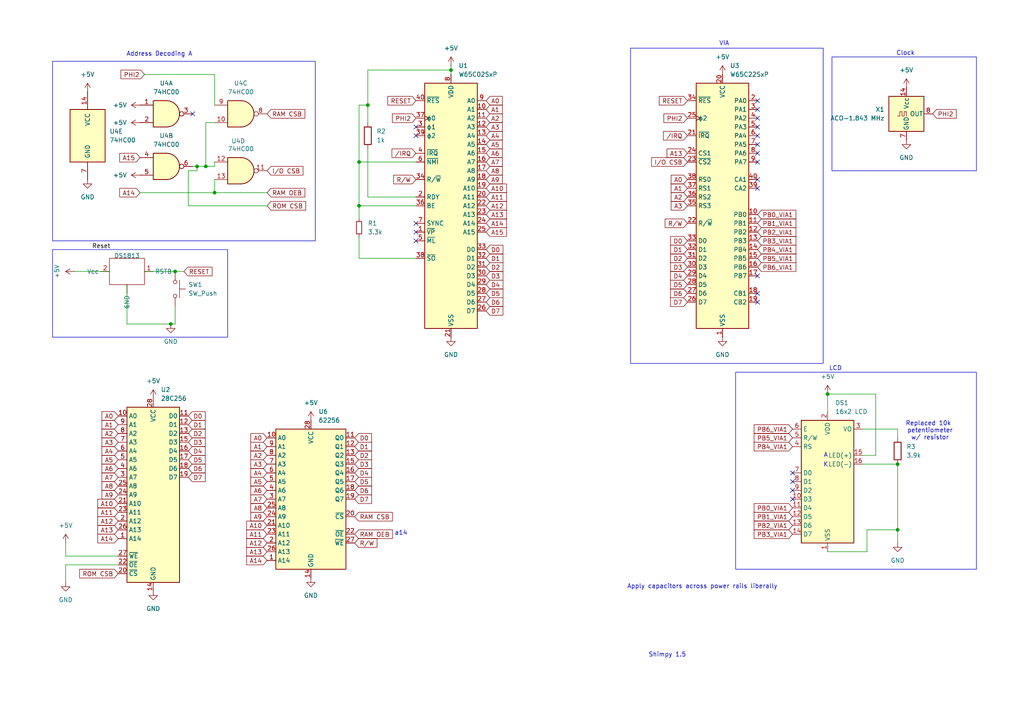
<source format=kicad_sch>
(kicad_sch (version 20250114) (generator "eeschema") (generator_version "9.0")
  (paper "A4")
  (lib_symbols
    (symbol "74xx:74HC00" (pin_names (offset 1.016))
      (property "Reference" "U" (at 0 1.27 0))
      (property "Value" "74HC00" (at 0 -1.27 0))
      (symbol "74HC00_1_1"
        (arc (start 0 3.81) (mid 3.7934 0) (end 0 -3.81) (stroke (width 0.254)) (fill (type background)))
        (polyline (pts (xy 0 3.81) (xy -3.81 3.81) (xy -3.81 -3.81) (xy 0 -3.81)) (stroke (width 0.254)) (fill (type background)))
        (pin input line (at -7.62 2.54 0) (length 3.81) (name "~") (number "1"))
        (pin input line (at -7.62 -2.54 0) (length 3.81) (name "~") (number "2"))
        (pin output inverted (at 7.62 0 180) (length 3.81) (name "~") (number "3"))
      )
      (symbol "74HC00_1_2"
        (arc (start -3.81 3.81) (mid -2.589 0) (end -3.81 -3.81) (stroke (width 0.254)))
        (polyline (pts (xy -3.81 3.81) (xy -0.635 3.81)) (stroke (width 0.254)) (fill (type background)))
        (polyline (pts (xy -3.81 -3.81) (xy -0.635 -3.81)) (stroke (width 0.254)) (fill (type background)))
        (arc (start 3.81 0) (mid 2.1855 -2.584) (end -0.6096 -3.81) (stroke (width 0.254)) (fill (type background)))
        (arc (start -0.6096 3.81) (mid 2.1928 2.5924) (end 3.81 0) (stroke (width 0.254)) (fill (type background)))
        (polyline (pts (xy -0.635 3.81) (xy -3.81 3.81) (xy -3.81 3.81) (xy -3.556 3.4036) (xy -3.0226 2.2606) (xy -2.6924 1.0414) (xy -2.6162 -0.254) (xy -2.7686 -1.4986) (xy -3.175 -2.7178) (xy -3.81 -3.81) (xy -3.81 -3.81) (xy -0.635 -3.81)) (stroke (width -25.4)) (fill (type background)))
        (pin input inverted (at -7.62 2.54 0) (length 4.318) (name "~") (number "1"))
        (pin input inverted (at -7.62 -2.54 0) (length 4.318) (name "~") (number "2"))
        (pin output line (at 7.62 0 180) (length 3.81) (name "~") (number "3"))
      )
      (symbol "74HC00_2_1"
        (arc (start 0 3.81) (mid 3.7934 0) (end 0 -3.81) (stroke (width 0.254)) (fill (type background)))
        (polyline (pts (xy 0 3.81) (xy -3.81 3.81) (xy -3.81 -3.81) (xy 0 -3.81)) (stroke (width 0.254)) (fill (type background)))
        (pin input line (at -7.62 2.54 0) (length 3.81) (name "~") (number "4"))
        (pin input line (at -7.62 -2.54 0) (length 3.81) (name "~") (number "5"))
        (pin output inverted (at 7.62 0 180) (length 3.81) (name "~") (number "6"))
      )
      (symbol "74HC00_2_2"
        (arc (start -3.81 3.81) (mid -2.589 0) (end -3.81 -3.81) (stroke (width 0.254)))
        (polyline (pts (xy -3.81 3.81) (xy -0.635 3.81)) (stroke (width 0.254)) (fill (type background)))
        (polyline (pts (xy -3.81 -3.81) (xy -0.635 -3.81)) (stroke (width 0.254)) (fill (type background)))
        (arc (start 3.81 0) (mid 2.1855 -2.584) (end -0.6096 -3.81) (stroke (width 0.254)) (fill (type background)))
        (arc (start -0.6096 3.81) (mid 2.1928 2.5924) (end 3.81 0) (stroke (width 0.254)) (fill (type background)))
        (polyline (pts (xy -0.635 3.81) (xy -3.81 3.81) (xy -3.81 3.81) (xy -3.556 3.4036) (xy -3.0226 2.2606) (xy -2.6924 1.0414) (xy -2.6162 -0.254) (xy -2.7686 -1.4986) (xy -3.175 -2.7178) (xy -3.81 -3.81) (xy -3.81 -3.81) (xy -0.635 -3.81)) (stroke (width -25.4)) (fill (type background)))
        (pin input inverted (at -7.62 2.54 0) (length 4.318) (name "~") (number "4"))
        (pin input inverted (at -7.62 -2.54 0) (length 4.318) (name "~") (number "5"))
        (pin output line (at 7.62 0 180) (length 3.81) (name "~") (number "6"))
      )
      (symbol "74HC00_3_1"
        (arc (start 0 3.81) (mid 3.7934 0) (end 0 -3.81) (stroke (width 0.254)) (fill (type background)))
        (polyline (pts (xy 0 3.81) (xy -3.81 3.81) (xy -3.81 -3.81) (xy 0 -3.81)) (stroke (width 0.254)) (fill (type background)))
        (pin input line (at -7.62 2.54 0) (length 3.81) (name "~") (number "9"))
        (pin input line (at -7.62 -2.54 0) (length 3.81) (name "~") (number "10"))
        (pin output inverted (at 7.62 0 180) (length 3.81) (name "~") (number "8"))
      )
      (symbol "74HC00_3_2"
        (arc (start -3.81 3.81) (mid -2.589 0) (end -3.81 -3.81) (stroke (width 0.254)))
        (polyline (pts (xy -3.81 3.81) (xy -0.635 3.81)) (stroke (width 0.254)) (fill (type background)))
        (polyline (pts (xy -3.81 -3.81) (xy -0.635 -3.81)) (stroke (width 0.254)) (fill (type background)))
        (arc (start 3.81 0) (mid 2.1855 -2.584) (end -0.6096 -3.81) (stroke (width 0.254)) (fill (type background)))
        (arc (start -0.6096 3.81) (mid 2.1928 2.5924) (end 3.81 0) (stroke (width 0.254)) (fill (type background)))
        (polyline (pts (xy -0.635 3.81) (xy -3.81 3.81) (xy -3.81 3.81) (xy -3.556 3.4036) (xy -3.0226 2.2606) (xy -2.6924 1.0414) (xy -2.6162 -0.254) (xy -2.7686 -1.4986) (xy -3.175 -2.7178) (xy -3.81 -3.81) (xy -3.81 -3.81) (xy -0.635 -3.81)) (stroke (width -25.4)) (fill (type background)))
        (pin input inverted (at -7.62 2.54 0) (length 4.318) (name "~") (number "9"))
        (pin input inverted (at -7.62 -2.54 0) (length 4.318) (name "~") (number "10"))
        (pin output line (at 7.62 0 180) (length 3.81) (name "~") (number "8"))
      )
      (symbol "74HC00_4_1"
        (arc (start 0 3.81) (mid 3.7934 0) (end 0 -3.81) (stroke (width 0.254)) (fill (type background)))
        (polyline (pts (xy 0 3.81) (xy -3.81 3.81) (xy -3.81 -3.81) (xy 0 -3.81)) (stroke (width 0.254)) (fill (type background)))
        (pin input line (at -7.62 2.54 0) (length 3.81) (name "~") (number "12"))
        (pin input line (at -7.62 -2.54 0) (length 3.81) (name "~") (number "13"))
        (pin output inverted (at 7.62 0 180) (length 3.81) (name "~") (number "11"))
      )
      (symbol "74HC00_4_2"
        (arc (start -3.81 3.81) (mid -2.589 0) (end -3.81 -3.81) (stroke (width 0.254)))
        (polyline (pts (xy -3.81 3.81) (xy -0.635 3.81)) (stroke (width 0.254)) (fill (type background)))
        (polyline (pts (xy -3.81 -3.81) (xy -0.635 -3.81)) (stroke (width 0.254)) (fill (type background)))
        (arc (start 3.81 0) (mid 2.1855 -2.584) (end -0.6096 -3.81) (stroke (width 0.254)) (fill (type background)))
        (arc (start -0.6096 3.81) (mid 2.1928 2.5924) (end 3.81 0) (stroke (width 0.254)) (fill (type background)))
        (polyline (pts (xy -0.635 3.81) (xy -3.81 3.81) (xy -3.81 3.81) (xy -3.556 3.4036) (xy -3.0226 2.2606) (xy -2.6924 1.0414) (xy -2.6162 -0.254) (xy -2.7686 -1.4986) (xy -3.175 -2.7178) (xy -3.81 -3.81) (xy -3.81 -3.81) (xy -0.635 -3.81)) (stroke (width -25.4)) (fill (type background)))
        (pin input inverted (at -7.62 2.54 0) (length 4.318) (name "~") (number "12"))
        (pin input inverted (at -7.62 -2.54 0) (length 4.318) (name "~") (number "13"))
        (pin output line (at 7.62 0 180) (length 3.81) (name "~") (number "11"))
      )
      (symbol "74HC00_5_0"
        (pin power_in line (at 0 12.7 270) (length 5.08) (name "VCC") (number "14"))
        (pin power_in line (at 0 -12.7 90) (length 5.08) (name "GND") (number "7"))
      )
      (symbol "74HC00_5_1"
        (rectangle (start -5.08 7.62) (end 5.08 -7.62) (stroke (width 0.254)) (fill (type background)))
      )
    )
    (symbol "Device:R" (pin_numbers (hide yes)) (pin_names (offset 0))
      (property "Reference" "R" (at 2.032 0 90))
      (property "Value" "R" (at 0 0 90))
      (symbol "R_0_1"
        (rectangle (start -1.016 -2.54) (end 1.016 2.54) (stroke (width 0.254)))
      )
      (symbol "R_1_1"
        (pin passive line (at 0 3.81 270) (length 1.27) (name "~") (number "1"))
        (pin passive line (at 0 -3.81 90) (length 1.27) (name "~") (number "2"))
      )
    )
    (symbol "Device:R_Small" (pin_numbers (hide yes)) (pin_names (offset 0.254) (hide yes))
      (property "Reference" "R" (at 0.762 0.508 0))
      (property "Value" "R_Small" (at 0.762 -1.016 0))
      (symbol "R_Small_0_1"
        (rectangle (start -0.762 1.778) (end 0.762 -1.778) (stroke (width 0.2032)))
      )
      (symbol "R_Small_1_1"
        (pin passive line (at 0 2.54 270) (length 0.762) (name "~") (number "1"))
        (pin passive line (at 0 -2.54 90) (length 0.762) (name "~") (number "2"))
      )
    )
    (symbol "Display_Character:WC1602A"
      (property "Reference" "DS" (at -5.842 19.05 0))
      (property "Value" "WC1602A" (at 5.334 19.05 0))
      (symbol "WC1602A_1_1"
        (rectangle (start -7.62 17.78) (end 7.62 -17.78) (stroke (width 0.254)) (fill (type background)))
        (pin input line (at -10.16 15.24 0) (length 2.54) (name "E") (number "6"))
        (pin input line (at -10.16 12.7 0) (length 2.54) (name "R/W") (number "5"))
        (pin input line (at -10.16 10.16 0) (length 2.54) (name "RS") (number "4"))
        (pin input line (at -10.16 2.54 0) (length 2.54) (name "D0") (number "7"))
        (pin input line (at -10.16 0 0) (length 2.54) (name "D1") (number "8"))
        (pin input line (at -10.16 -2.54 0) (length 2.54) (name "D2") (number "9"))
        (pin input line (at -10.16 -5.08 0) (length 2.54) (name "D3") (number "10"))
        (pin input line (at -10.16 -7.62 0) (length 2.54) (name "D4") (number "11"))
        (pin input line (at -10.16 -10.16 0) (length 2.54) (name "D5") (number "12"))
        (pin input line (at -10.16 -12.7 0) (length 2.54) (name "D6") (number "13"))
        (pin input line (at -10.16 -15.24 0) (length 2.54) (name "D7") (number "14"))
        (pin power_in line (at 0 20.32 270) (length 2.54) (name "VDD") (number "2"))
        (pin power_in line (at 0 -20.32 90) (length 2.54) (name "VSS") (number "1"))
        (pin input line (at 10.16 15.24 180) (length 2.54) (name "VO") (number "3"))
        (pin power_in line (at 10.16 7.62 180) (length 2.54) (name "LED(+)") (number "15"))
        (pin power_in line (at 10.16 5.08 180) (length 2.54) (name "LED(-)") (number "16"))
      )
    )
    (symbol "Memory_EEPROM:28C256"
      (property "Reference" "U" (at -7.62 26.67 0))
      (property "Value" "28C256" (at 2.54 -26.67 0))
      (symbol "28C256_1_1"
        (rectangle (start -7.62 25.4) (end 7.62 -25.4) (stroke (width 0.254)) (fill (type background)))
        (pin input line (at -10.16 22.86 0) (length 2.54) (name "A0") (number "10"))
        (pin input line (at -10.16 20.32 0) (length 2.54) (name "A1") (number "9"))
        (pin input line (at -10.16 17.78 0) (length 2.54) (name "A2") (number "8"))
        (pin input line (at -10.16 15.24 0) (length 2.54) (name "A3") (number "7"))
        (pin input line (at -10.16 12.7 0) (length 2.54) (name "A4") (number "6"))
        (pin input line (at -10.16 10.16 0) (length 2.54) (name "A5") (number "5"))
        (pin input line (at -10.16 7.62 0) (length 2.54) (name "A6") (number "4"))
        (pin input line (at -10.16 5.08 0) (length 2.54) (name "A7") (number "3"))
        (pin input line (at -10.16 2.54 0) (length 2.54) (name "A8") (number "25"))
        (pin input line (at -10.16 0 0) (length 2.54) (name "A9") (number "24"))
        (pin input line (at -10.16 -2.54 0) (length 2.54) (name "A10") (number "21"))
        (pin input line (at -10.16 -5.08 0) (length 2.54) (name "A11") (number "23"))
        (pin input line (at -10.16 -7.62 0) (length 2.54) (name "A12") (number "2"))
        (pin input line (at -10.16 -10.16 0) (length 2.54) (name "A13") (number "26"))
        (pin input line (at -10.16 -12.7 0) (length 2.54) (name "A14") (number "1"))
        (pin input line (at -10.16 -17.78 0) (length 2.54) (name "~{WE}") (number "27"))
        (pin input line (at -10.16 -20.32 0) (length 2.54) (name "~{OE}") (number "22"))
        (pin input line (at -10.16 -22.86 0) (length 2.54) (name "~{CS}") (number "20"))
        (pin power_in line (at 0 27.94 270) (length 2.54) (name "VCC") (number "28"))
        (pin power_in line (at 0 -27.94 90) (length 2.54) (name "GND") (number "14"))
        (pin tri_state line (at 10.16 22.86 180) (length 2.54) (name "D0") (number "11"))
        (pin tri_state line (at 10.16 20.32 180) (length 2.54) (name "D1") (number "12"))
        (pin tri_state line (at 10.16 17.78 180) (length 2.54) (name "D2") (number "13"))
        (pin tri_state line (at 10.16 15.24 180) (length 2.54) (name "D3") (number "15"))
        (pin tri_state line (at 10.16 12.7 180) (length 2.54) (name "D4") (number "16"))
        (pin tri_state line (at 10.16 10.16 180) (length 2.54) (name "D5") (number "17"))
        (pin tri_state line (at 10.16 7.62 180) (length 2.54) (name "D6") (number "18"))
        (pin tri_state line (at 10.16 5.08 180) (length 2.54) (name "D7") (number "19"))
      )
    )
    (symbol "Memory_RAM:HM62256BLP"
      (property "Reference" "U" (at -10.16 20.955 0))
      (property "Value" "HM62256BLP" (at 2.54 20.955 0))
      (symbol "HM62256BLP_0_0"
        (pin power_in line (at 0 22.86 270) (length 2.54) (name "VCC") (number "28"))
        (pin power_in line (at 0 -22.86 90) (length 2.54) (name "GND") (number "14"))
      )
      (symbol "HM62256BLP_0_1"
        (rectangle (start -10.16 20.32) (end 10.16 -20.32) (stroke (width 0.254)) (fill (type background)))
      )
      (symbol "HM62256BLP_1_1"
        (pin input line (at -12.7 17.78 0) (length 2.54) (name "A0") (number "10"))
        (pin input line (at -12.7 15.24 0) (length 2.54) (name "A1") (number "9"))
        (pin input line (at -12.7 12.7 0) (length 2.54) (name "A2") (number "8"))
        (pin input line (at -12.7 10.16 0) (length 2.54) (name "A3") (number "7"))
        (pin input line (at -12.7 7.62 0) (length 2.54) (name "A4") (number "6"))
        (pin input line (at -12.7 5.08 0) (length 2.54) (name "A5") (number "5"))
        (pin input line (at -12.7 2.54 0) (length 2.54) (name "A6") (number "4"))
        (pin input line (at -12.7 0 0) (length 2.54) (name "A7") (number "3"))
        (pin input line (at -12.7 -2.54 0) (length 2.54) (name "A8") (number "25"))
        (pin input line (at -12.7 -5.08 0) (length 2.54) (name "A9") (number "24"))
        (pin input line (at -12.7 -7.62 0) (length 2.54) (name "A10") (number "21"))
        (pin input line (at -12.7 -10.16 0) (length 2.54) (name "A11") (number "23"))
        (pin input line (at -12.7 -12.7 0) (length 2.54) (name "A12") (number "2"))
        (pin input line (at -12.7 -15.24 0) (length 2.54) (name "A13") (number "26"))
        (pin input line (at -12.7 -17.78 0) (length 2.54) (name "A14") (number "1"))
        (pin tri_state line (at 12.7 17.78 180) (length 2.54) (name "Q0") (number "11"))
        (pin tri_state line (at 12.7 15.24 180) (length 2.54) (name "Q1") (number "12"))
        (pin tri_state line (at 12.7 12.7 180) (length 2.54) (name "Q2") (number "13"))
        (pin tri_state line (at 12.7 10.16 180) (length 2.54) (name "Q3") (number "15"))
        (pin tri_state line (at 12.7 7.62 180) (length 2.54) (name "Q4") (number "16"))
        (pin tri_state line (at 12.7 5.08 180) (length 2.54) (name "Q5") (number "17"))
        (pin tri_state line (at 12.7 2.54 180) (length 2.54) (name "Q6") (number "18"))
        (pin tri_state line (at 12.7 0 180) (length 2.54) (name "Q7") (number "19"))
        (pin input line (at 12.7 -5.08 180) (length 2.54) (name "~{CS}") (number "20"))
        (pin input line (at 12.7 -10.16 180) (length 2.54) (name "~{OE}") (number "22"))
        (pin input line (at 12.7 -12.7 180) (length 2.54) (name "~{WE}") (number "27"))
      )
    )
    (symbol "Oscillator:ACO-xxxMHz" (pin_names (offset 0.254))
      (property "Reference" "X" (at -5.08 6.35 0))
      (property "Value" "ACO-xxxMHz" (at 1.27 -6.35 0))
      (symbol "ACO-xxxMHz_0_1"
        (rectangle (start -5.08 5.08) (end 5.08 -5.08) (stroke (width 0.254)) (fill (type background)))
        (polyline (pts (xy -2.54 -0.635) (xy -1.905 -0.635) (xy -1.905 0.635) (xy -1.27 0.635) (xy -1.27 -0.635) (xy -0.635 -0.635) (xy -0.635 0.635) (xy 0 0.635) (xy 0 -0.635)))
      )
      (symbol "ACO-xxxMHz_1_1"
        (pin no_connect line (at -5.08 2.54 0) (length 2.54) (hide yes) (name "NC") (number "1"))
        (pin power_in line (at 0 7.62 270) (length 2.54) (name "Vcc") (number "14"))
        (pin power_in line (at 0 -7.62 90) (length 2.54) (name "GND") (number "7"))
        (pin output line (at 7.62 0 180) (length 2.54) (name "OUT") (number "8"))
      )
    )
    (symbol "PCM_65xx-library:W65C02SxP"
      (property "Reference" "U" (at 2.54 40.64 0))
      (property "Value" "W65C02SxP" (at 2.54 38.1 0))
      (symbol "W65C02SxP_0_1"
        (rectangle (start -7.62 35.56) (end 7.62 -35.56) (stroke (width 0.254)) (fill (type background)))
      )
      (symbol "W65C02SxP_1_1"
        (pin input line (at -10.16 30.48 0) (length 2.54) (name "~{RES}") (number "40"))
        (pin input clock (at -10.16 25.4 0) (length 2.54) (name "ϕ0") (number "37"))
        (pin output line (at -10.16 22.86 0) (length 2.54) (name "ϕ1") (number "3"))
        (pin output line (at -10.16 20.32 0) (length 2.54) (name "ϕ2") (number "39"))
        (pin input line (at -10.16 15.24 0) (length 2.54) (name "~{IRQ}") (number "4"))
        (pin input line (at -10.16 12.7 0) (length 2.54) (name "~{NMI}") (number "6"))
        (pin tri_state line (at -10.16 7.62 0) (length 2.54) (name "R/~{W}") (number "34"))
        (pin open_collector line (at -10.16 2.54 0) (length 2.54) (name "RDY") (number "2"))
        (pin input line (at -10.16 0 0) (length 2.54) (name "BE") (number "36"))
        (pin output line (at -10.16 -5.08 0) (length 2.54) (name "SYNC") (number "7"))
        (pin output line (at -10.16 -7.62 0) (length 2.54) (name "~{VP}") (number "1"))
        (pin output line (at -10.16 -10.16 0) (length 2.54) (name "~{ML}") (number "5"))
        (pin input line (at -10.16 -15.24 0) (length 2.54) (name "~{SO}") (number "38"))
        (pin no_connect non_logic (at -7.62 -30.48 0) (length 2.54) (hide yes) (name "nc") (number "35"))
        (pin power_in line (at 0 38.1 270) (length 2.54) (name "VDD") (number "8"))
        (pin power_in line (at 0 -38.1 90) (length 2.54) (name "VSS") (number "21"))
        (pin tri_state line (at 10.16 30.48 180) (length 2.54) (name "A0") (number "9"))
        (pin tri_state line (at 10.16 27.94 180) (length 2.54) (name "A1") (number "10"))
        (pin tri_state line (at 10.16 25.4 180) (length 2.54) (name "A2") (number "11"))
        (pin tri_state line (at 10.16 22.86 180) (length 2.54) (name "A3") (number "12"))
        (pin tri_state line (at 10.16 20.32 180) (length 2.54) (name "A4") (number "13"))
        (pin tri_state line (at 10.16 17.78 180) (length 2.54) (name "A5") (number "14"))
        (pin tri_state line (at 10.16 15.24 180) (length 2.54) (name "A6") (number "15"))
        (pin tri_state line (at 10.16 12.7 180) (length 2.54) (name "A7") (number "16"))
        (pin tri_state line (at 10.16 10.16 180) (length 2.54) (name "A8") (number "17"))
        (pin tri_state line (at 10.16 7.62 180) (length 2.54) (name "A9") (number "18"))
        (pin tri_state line (at 10.16 5.08 180) (length 2.54) (name "A10") (number "19"))
        (pin tri_state line (at 10.16 2.54 180) (length 2.54) (name "A11") (number "20"))
        (pin tri_state line (at 10.16 0 180) (length 2.54) (name "A12") (number "22"))
        (pin tri_state line (at 10.16 -2.54 180) (length 2.54) (name "A13") (number "23"))
        (pin tri_state line (at 10.16 -5.08 180) (length 2.54) (name "A14") (number "24"))
        (pin tri_state line (at 10.16 -7.62 180) (length 2.54) (name "A15") (number "25"))
        (pin bidirectional line (at 10.16 -12.7 180) (length 2.54) (name "D0") (number "33"))
        (pin bidirectional line (at 10.16 -15.24 180) (length 2.54) (name "D1") (number "32"))
        (pin bidirectional line (at 10.16 -17.78 180) (length 2.54) (name "D2") (number "31"))
        (pin bidirectional line (at 10.16 -20.32 180) (length 2.54) (name "D3") (number "30"))
        (pin bidirectional line (at 10.16 -22.86 180) (length 2.54) (name "D4") (number "29"))
        (pin bidirectional line (at 10.16 -25.4 180) (length 2.54) (name "D5") (number "28"))
        (pin bidirectional line (at 10.16 -27.94 180) (length 2.54) (name "D6") (number "27"))
        (pin bidirectional line (at 10.16 -30.48 180) (length 2.54) (name "D7") (number "26"))
      )
    )
    (symbol "PCM_65xx-library:W65C22SxP"
      (property "Reference" "U" (at 2.54 40.64 0))
      (property "Value" "W65C22SxP" (at 2.54 38.1 0))
      (symbol "W65C22SxP_0_1"
        (rectangle (start -7.62 35.56) (end 7.62 -35.56) (stroke (width 0.254)) (fill (type background)))
      )
      (symbol "W65C22SxP_1_1"
        (pin input line (at -10.16 30.48 0) (length 2.54) (name "~{RES}") (number "34"))
        (pin input clock (at -10.16 25.4 0) (length 2.54) (name "ϕ2") (number "25"))
        (pin output line (at -10.16 20.32 0) (length 2.54) (name "~{IRQ}") (number "21"))
        (pin input line (at -10.16 15.24 0) (length 2.54) (name "CS1") (number "24"))
        (pin input line (at -10.16 12.7 0) (length 2.54) (name "~{CS2}") (number "23"))
        (pin input line (at -10.16 7.62 0) (length 2.54) (name "RS0") (number "38"))
        (pin input line (at -10.16 5.08 0) (length 2.54) (name "RS1") (number "37"))
        (pin input line (at -10.16 2.54 0) (length 2.54) (name "RS2") (number "36"))
        (pin input line (at -10.16 0 0) (length 2.54) (name "RS3") (number "35"))
        (pin input line (at -10.16 -5.08 0) (length 2.54) (name "R/~{W}") (number "22"))
        (pin bidirectional line (at -10.16 -10.16 0) (length 2.54) (name "D0") (number "33"))
        (pin bidirectional line (at -10.16 -12.7 0) (length 2.54) (name "D1") (number "32"))
        (pin bidirectional line (at -10.16 -15.24 0) (length 2.54) (name "D2") (number "31"))
        (pin bidirectional line (at -10.16 -17.78 0) (length 2.54) (name "D3") (number "30"))
        (pin bidirectional line (at -10.16 -20.32 0) (length 2.54) (name "D4") (number "29"))
        (pin bidirectional line (at -10.16 -22.86 0) (length 2.54) (name "D5") (number "28"))
        (pin bidirectional line (at -10.16 -25.4 0) (length 2.54) (name "D6") (number "27"))
        (pin bidirectional line (at -10.16 -27.94 0) (length 2.54) (name "D7") (number "26"))
        (pin power_in line (at 0 38.1 270) (length 2.54) (name "VCC") (number "20"))
        (pin power_in line (at 0 -38.1 90) (length 2.54) (name "VSS") (number "1"))
        (pin bidirectional line (at 10.16 30.48 180) (length 2.54) (name "PA0") (number "2"))
        (pin bidirectional line (at 10.16 27.94 180) (length 2.54) (name "PA1") (number "3"))
        (pin bidirectional line (at 10.16 25.4 180) (length 2.54) (name "PA2") (number "4"))
        (pin bidirectional line (at 10.16 22.86 180) (length 2.54) (name "PA3") (number "5"))
        (pin bidirectional line (at 10.16 20.32 180) (length 2.54) (name "PA4") (number "6"))
        (pin bidirectional line (at 10.16 17.78 180) (length 2.54) (name "PA5") (number "7"))
        (pin bidirectional line (at 10.16 15.24 180) (length 2.54) (name "PA6") (number "8"))
        (pin bidirectional line (at 10.16 12.7 180) (length 2.54) (name "PA7") (number "9"))
        (pin input line (at 10.16 7.62 180) (length 2.54) (name "CA1") (number "40"))
        (pin bidirectional line (at 10.16 5.08 180) (length 2.54) (name "CA2") (number "39"))
        (pin bidirectional line (at 10.16 -2.54 180) (length 2.54) (name "PB0") (number "10"))
        (pin bidirectional line (at 10.16 -5.08 180) (length 2.54) (name "PB1") (number "11"))
        (pin bidirectional line (at 10.16 -7.62 180) (length 2.54) (name "PB2") (number "12"))
        (pin bidirectional line (at 10.16 -10.16 180) (length 2.54) (name "PB3") (number "13"))
        (pin bidirectional line (at 10.16 -12.7 180) (length 2.54) (name "PB4") (number "14"))
        (pin bidirectional line (at 10.16 -15.24 180) (length 2.54) (name "PB5") (number "15"))
        (pin bidirectional line (at 10.16 -17.78 180) (length 2.54) (name "PB6") (number "16"))
        (pin bidirectional line (at 10.16 -20.32 180) (length 2.54) (name "PB7") (number "17"))
        (pin input line (at 10.16 -25.4 180) (length 2.54) (name "CB1") (number "18"))
        (pin bidirectional line (at 10.16 -27.94 180) (length 2.54) (name "CB2") (number "19"))
      )
    )
    (symbol "Switch:SW_Push" (pin_numbers (hide yes)) (pin_names (offset 1.016) (hide yes))
      (property "Reference" "SW" (at 1.27 2.54 0))
      (property "Value" "SW_Push" (at 0 -1.524 0))
      (symbol "SW_Push_0_1"
        (circle (center -2.032 0) (radius 0.508))
        (polyline (pts (xy 0 1.27) (xy 0 3.048)))
        (circle (center 2.032 0) (radius 0.508))
        (polyline (pts (xy 2.54 1.27) (xy -2.54 1.27)))
        (pin passive line (at -5.08 0 0) (length 2.54) (name "1") (number "1"))
        (pin passive line (at 5.08 0 180) (length 2.54) (name "2") (number "2"))
      )
    )
    (symbol "added_symbols:DS1813-5+T&R"
      (property "Reference" "DS1813" (at 0 5.334 0))
      (symbol "DS1813-5+T&R_0_1"
        (rectangle (start -5.08 3.81) (end 5.08 -3.81))
      )
      (symbol "DS1813-5+T&R_1_1"
        (pin power_in line (at -5.08 0 180) (length 2.54) (name "Vcc") (number "2"))
        (pin power_out line (at 0 -3.81 270) (length 2.54) (name "GND") (number ""))
        (pin output line (at 5.08 0 0) (length 2.54) (name "RSTB") (number "1"))
      )
    )
    (symbol "power:+5V" (power) (pin_numbers (hide yes)) (pin_names (offset 0) (hide yes))
      (property "Value" "+5V" (at 0 3.556 0))
      (symbol "+5V_0_1"
        (polyline (pts (xy -0.762 1.27) (xy 0 2.54)))
        (polyline (pts (xy 0 2.54) (xy 0.762 1.27)))
        (polyline (pts (xy 0 0) (xy 0 2.54)))
      )
      (symbol "+5V_1_1"
        (pin power_in line (at 0 0 90) (length 0) (name "~") (number "1"))
      )
    )
    (symbol "power:GND" (power) (pin_numbers (hide yes)) (pin_names (offset 0) (hide yes))
      (property "Value" "GND" (at 0 -3.81 0))
      (symbol "GND_0_1"
        (polyline (pts (xy 0 0) (xy 0 -1.27) (xy 1.27 -1.27) (xy 0 -2.54) (xy -1.27 -1.27) (xy 0 -1.27)))
      )
      (symbol "GND_1_1"
        (pin power_in line (at 0 0 270) (length 0) (name "~") (number "1"))
      )
    )
  )
  (rectangle (start 15.24 72.39) (end 66.04 97.79))
  (rectangle (start 213.36 107.95) (end 283.21 165.1))
  (rectangle (start 15.24 17.78) (end 91.44 69.85))
  (rectangle (start 241.3 16.51) (end 283.21 49.53))
  (rectangle (start 182.88 13.97) (end 238.76 105.41))
  (text "A" (at 239.522 132.08 0) (effects (font (size 1.27 1.27))))
  (text "" (at 266.954 138.938 0) (effects (font (size 1.27 1.27))))
  (text "VIA" (at 210.058 12.7 0) (effects (font (size 1.27 1.27))))
  (text "LCD" (at 242.316 106.934 0) (effects (font (size 1.27 1.27))))
  (text "Shimpy 1.5" (at 193.548 189.992 0) (effects (font (size 1.27 1.27))))
  (text "a14" (at 116.332 154.686 0) (effects (font (size 1.27 1.27))))
  (text "Replaced 10k \npetentiometer\nw/ resistor" (at 269.748 124.968 0) (effects (font (size 1.27 1.27))))
  (text "Address Decoding A\n" (at 46.228 15.748 0) (effects (font (size 1.27 1.27))))
  (text "Clock" (at 262.636 15.494 0) (effects (font (size 1.27 1.27))))
  (text "Apply capacitors across power rails liberally" (at 203.708 170.18 0) (effects (font (size 1.27 1.27))))
  (text "K" (at 239.522 134.874 0) (effects (font (size 1.27 1.27))))
  (junction (at 104.14 59.69))
  (junction (at 130.81 20.32))
  (junction (at 104.14 46.99))
  (junction (at 260.35 153.67))
  (junction (at 50.8 78.74))
  (junction (at 57.15 48.26))
  (junction (at 49.53 93.98))
  (junction (at 62.23 55.88))
  (junction (at 260.35 134.62))
  (junction (at 240.03 114.3))
  (junction (at 59.69 48.26))
  (junction (at 106.68 30.48))
  (no_connect (at 219.71 52.07))
  (no_connect (at 219.71 34.29))
  (no_connect (at 229.87 137.16))
  (no_connect (at 219.71 41.91))
  (no_connect (at 120.65 67.31))
  (no_connect (at 219.71 39.37))
  (no_connect (at 55.88 33.02))
  (no_connect (at 219.71 85.09))
  (no_connect (at 120.65 36.83))
  (no_connect (at 229.87 139.7))
  (no_connect (at 229.87 144.78))
  (no_connect (at 229.87 142.24))
  (no_connect (at 219.71 36.83))
  (no_connect (at 219.71 31.75))
  (no_connect (at 219.71 80.01))
  (no_connect (at 120.65 69.85))
  (no_connect (at 219.71 29.21))
  (no_connect (at 219.71 54.61))
  (no_connect (at 120.65 64.77))
  (no_connect (at 219.71 44.45))
  (no_connect (at 120.65 39.37))
  (no_connect (at 219.71 87.63))
  (no_connect (at 219.71 46.99))
  (wire (pts (xy 21.59 78.74) (xy 31.75 78.74)))
  (wire (pts (xy 19.05 157.48) (xy 19.05 161.29)))
  (wire (pts (xy 41.91 78.74) (xy 50.8 78.74)))
  (wire (pts (xy 240.03 160.02) (xy 251.46 160.02)))
  (wire (pts (xy 36.83 82.55) (xy 36.83 93.98)))
  (wire (pts (xy 57.15 48.26) (xy 57.15 49.53)))
  (wire (pts (xy 19.05 163.83) (xy 19.05 168.91)))
  (wire (pts (xy 254 114.3) (xy 254 132.08)))
  (wire (pts (xy 54.61 59.69) (xy 54.61 49.53)))
  (wire (pts (xy 41.91 21.59) (xy 62.23 21.59)))
  (wire (pts (xy 104.14 46.99) (xy 120.65 46.99)))
  (wire (pts (xy 104.14 59.69) (xy 104.14 46.99)))
  (wire (pts (xy 59.69 48.26) (xy 62.23 48.26)))
  (wire (pts (xy 104.14 30.48) (xy 106.68 30.48)))
  (wire (pts (xy 104.14 68.58) (xy 104.14 74.93)))
  (wire (pts (xy 50.8 93.98) (xy 50.8 88.9)))
  (wire (pts (xy 106.68 35.56) (xy 106.68 30.48)))
  (wire (pts (xy 130.81 20.32) (xy 130.81 21.59)))
  (wire (pts (xy 120.65 59.69) (xy 104.14 59.69)))
  (wire (pts (xy 250.19 132.08) (xy 254 132.08)))
  (wire (pts (xy 130.81 19.05) (xy 130.81 20.32)))
  (wire (pts (xy 19.05 161.29) (xy 34.29 161.29)))
  (wire (pts (xy 57.15 48.26) (xy 59.69 48.26)))
  (wire (pts (xy 106.68 20.32) (xy 130.81 20.32)))
  (wire (pts (xy 106.68 57.15) (xy 106.68 43.18)))
  (wire (pts (xy 260.35 134.62) (xy 260.35 153.67)))
  (wire (pts (xy 40.64 55.88) (xy 62.23 55.88)))
  (wire (pts (xy 104.14 46.99) (xy 104.14 30.48)))
  (wire (pts (xy 260.35 124.46) (xy 260.35 127)))
  (wire (pts (xy 62.23 30.48) (xy 62.23 21.59)))
  (wire (pts (xy 50.8 78.74) (xy 53.34 78.74)))
  (wire (pts (xy 250.19 134.62) (xy 260.35 134.62)))
  (wire (pts (xy 120.65 57.15) (xy 106.68 57.15)))
  (wire (pts (xy 104.14 59.69) (xy 104.14 63.5)))
  (wire (pts (xy 55.88 48.26) (xy 57.15 48.26)))
  (wire (pts (xy 54.61 49.53) (xy 57.15 49.53)))
  (wire (pts (xy 106.68 30.48) (xy 106.68 20.32)))
  (wire (pts (xy 250.19 124.46) (xy 260.35 124.46)))
  (wire (pts (xy 62.23 35.56) (xy 59.69 35.56)))
  (wire (pts (xy 240.03 114.3) (xy 254 114.3)))
  (wire (pts (xy 260.35 157.48) (xy 260.35 153.67)))
  (wire (pts (xy 49.53 93.98) (xy 50.8 93.98)))
  (wire (pts (xy 251.46 153.67) (xy 251.46 160.02)))
  (wire (pts (xy 59.69 35.56) (xy 59.69 48.26)))
  (wire (pts (xy 34.29 163.83) (xy 19.05 163.83)))
  (wire (pts (xy 36.83 93.98) (xy 49.53 93.98)))
  (wire (pts (xy 62.23 48.26) (xy 62.23 46.99)))
  (wire (pts (xy 54.61 59.69) (xy 77.47 59.69)))
  (wire (pts (xy 62.23 55.88) (xy 77.47 55.88)))
  (wire (pts (xy 260.35 153.67) (xy 251.46 153.67)))
  (wire (pts (xy 104.14 74.93) (xy 120.65 74.93)))
  (wire (pts (xy 62.23 55.88) (xy 62.23 52.07)))
  (wire (pts (xy 240.03 119.38) (xy 240.03 114.3)))
  (label "Reset" (at 26.67 72.39 0))
  (global_label "D5" (shape input) (at 140.97 85.09 0) (property "Intersheetrefs" "${INTERSHEET_REFS}" (effects (hide yes))))
  (global_label "A0" (shape input) (at 199.39 52.07 180) (property "Intersheetrefs" "${INTERSHEET_REFS}" (effects (hide yes))))
  (global_label "RAM OEB" (shape input) (at 77.47 55.88 0) (property "Intersheetrefs" "${INTERSHEET_REFS}" (effects (hide yes))))
  (global_label "A6" (shape input) (at 77.47 142.24 180) (property "Intersheetrefs" "${INTERSHEET_REFS}" (effects (hide yes))))
  (global_label "A2" (shape input) (at 140.97 34.29 0) (property "Intersheetrefs" "${INTERSHEET_REFS}" (effects (hide yes))))
  (global_label "A14" (shape input) (at 40.64 55.88 180) (property "Intersheetrefs" "${INTERSHEET_REFS}" (effects (hide yes))))
  (global_label "RESET" (shape input) (at 199.39 29.21 180) (property "Intersheetrefs" "${INTERSHEET_REFS}" (effects (hide yes))))
  (global_label "A13" (shape input) (at 34.29 153.67 180) (property "Intersheetrefs" "${INTERSHEET_REFS}" (effects (hide yes))))
  (global_label "A5" (shape input) (at 77.47 139.7 180) (property "Intersheetrefs" "${INTERSHEET_REFS}" (effects (hide yes))))
  (global_label "PB3_VIA1" (shape input) (at 219.71 69.85 0) (property "Intersheetrefs" "${INTERSHEET_REFS}" (effects (hide yes))))
  (global_label "RAM OEB" (shape input) (at 102.87 154.94 0) (property "Intersheetrefs" "${INTERSHEET_REFS}" (effects (hide yes))))
  (global_label "PB3_VIA1" (shape input) (at 229.87 154.94 180) (property "Intersheetrefs" "${INTERSHEET_REFS}" (effects (hide yes))))
  (global_label "PHI2" (shape input) (at 120.65 34.29 180) (property "Intersheetrefs" "${INTERSHEET_REFS}" (effects (hide yes))))
  (global_label "D2" (shape input) (at 199.39 74.93 180) (property "Intersheetrefs" "${INTERSHEET_REFS}" (effects (hide yes))))
  (global_label "A8" (shape input) (at 140.97 49.53 0) (property "Intersheetrefs" "${INTERSHEET_REFS}" (effects (hide yes))))
  (global_label "RESET" (shape input) (at 120.65 29.21 180) (property "Intersheetrefs" "${INTERSHEET_REFS}" (effects (hide yes))))
  (global_label "R{slash}W" (shape input) (at 120.65 52.07 180) (property "Intersheetrefs" "${INTERSHEET_REFS}" (effects (hide yes))))
  (global_label "A15" (shape input) (at 140.97 67.31 0) (property "Intersheetrefs" "${INTERSHEET_REFS}" (effects (hide yes))))
  (global_label "D5" (shape input) (at 102.87 139.7 0) (property "Intersheetrefs" "${INTERSHEET_REFS}" (effects (hide yes))))
  (global_label "A1" (shape input) (at 34.29 123.19 180) (property "Intersheetrefs" "${INTERSHEET_REFS}" (effects (hide yes))))
  (global_label "R{slash}W" (shape input) (at 199.39 64.77 180) (property "Intersheetrefs" "${INTERSHEET_REFS}" (effects (hide yes))))
  (global_label "D4" (shape input) (at 54.61 130.81 0) (property "Intersheetrefs" "${INTERSHEET_REFS}" (effects (hide yes))))
  (global_label "A8" (shape input) (at 34.29 140.97 180) (property "Intersheetrefs" "${INTERSHEET_REFS}" (effects (hide yes))))
  (global_label "RAM CSB" (shape input) (at 77.47 33.02 0) (property "Intersheetrefs" "${INTERSHEET_REFS}" (effects (hide yes))))
  (global_label "PB2_VIA1" (shape input) (at 219.71 67.31 0) (property "Intersheetrefs" "${INTERSHEET_REFS}" (effects (hide yes))))
  (global_label "D6" (shape input) (at 102.87 142.24 0) (property "Intersheetrefs" "${INTERSHEET_REFS}" (effects (hide yes))))
  (global_label "A11" (shape input) (at 77.47 154.94 180) (property "Intersheetrefs" "${INTERSHEET_REFS}" (effects (hide yes))))
  (global_label "A2" (shape input) (at 34.29 125.73 180) (property "Intersheetrefs" "${INTERSHEET_REFS}" (effects (hide yes))))
  (global_label "D3" (shape input) (at 54.61 128.27 0) (property "Intersheetrefs" "${INTERSHEET_REFS}" (effects (hide yes))))
  (global_label "A5" (shape input) (at 140.97 41.91 0) (property "Intersheetrefs" "${INTERSHEET_REFS}" (effects (hide yes))))
  (global_label "D1" (shape input) (at 140.97 74.93 0) (property "Intersheetrefs" "${INTERSHEET_REFS}" (effects (hide yes))))
  (global_label "A4" (shape input) (at 140.97 39.37 0) (property "Intersheetrefs" "${INTERSHEET_REFS}" (effects (hide yes))))
  (global_label "D5" (shape input) (at 54.61 133.35 0) (property "Intersheetrefs" "${INTERSHEET_REFS}" (effects (hide yes))))
  (global_label "PB1_VIA1" (shape input) (at 229.87 149.86 180) (property "Intersheetrefs" "${INTERSHEET_REFS}" (effects (hide yes))))
  (global_label "A9" (shape input) (at 77.47 149.86 180) (property "Intersheetrefs" "${INTERSHEET_REFS}" (effects (hide yes))))
  (global_label "PB0_VIA1" (shape input) (at 219.71 62.23 0) (property "Intersheetrefs" "${INTERSHEET_REFS}" (effects (hide yes))))
  (global_label "D1" (shape input) (at 199.39 72.39 180) (property "Intersheetrefs" "${INTERSHEET_REFS}" (effects (hide yes))))
  (global_label "PB4_VIA1" (shape input) (at 219.71 72.39 0) (property "Intersheetrefs" "${INTERSHEET_REFS}" (effects (hide yes))))
  (global_label "{slash}IRQ" (shape input) (at 120.65 44.45 180) (property "Intersheetrefs" "${INTERSHEET_REFS}" (effects (hide yes))))
  (global_label "D6" (shape input) (at 140.97 87.63 0) (property "Intersheetrefs" "${INTERSHEET_REFS}" (effects (hide yes))))
  (global_label "A0" (shape input) (at 34.29 120.65 180) (property "Intersheetrefs" "${INTERSHEET_REFS}" (effects (hide yes))))
  (global_label "PHI2" (shape input) (at 41.91 21.59 180) (property "Intersheetrefs" "${INTERSHEET_REFS}" (effects (hide yes))))
  (global_label "D0" (shape input) (at 140.97 72.39 0) (property "Intersheetrefs" "${INTERSHEET_REFS}" (effects (hide yes))))
  (global_label "A0" (shape input) (at 140.97 29.21 0) (property "Intersheetrefs" "${INTERSHEET_REFS}" (effects (hide yes))))
  (global_label "PB0_VIA1" (shape input) (at 229.87 147.32 180) (property "Intersheetrefs" "${INTERSHEET_REFS}" (effects (hide yes))))
  (global_label "A4" (shape input) (at 34.29 130.81 180) (property "Intersheetrefs" "${INTERSHEET_REFS}" (effects (hide yes))))
  (global_label "PB5_VIA1" (shape input) (at 229.87 127 180) (property "Intersheetrefs" "${INTERSHEET_REFS}" (effects (hide yes))))
  (global_label "A14" (shape input) (at 77.47 162.56 180) (property "Intersheetrefs" "${INTERSHEET_REFS}" (effects (hide yes))))
  (global_label "RESET" (shape input) (at 53.34 78.74 0) (property "Intersheetrefs" "${INTERSHEET_REFS}" (effects (hide yes))))
  (global_label "D4" (shape input) (at 102.87 137.16 0) (property "Intersheetrefs" "${INTERSHEET_REFS}" (effects (hide yes))))
  (global_label "A11" (shape input) (at 34.29 148.59 180) (property "Intersheetrefs" "${INTERSHEET_REFS}" (effects (hide yes))))
  (global_label "PB4_VIA1" (shape input) (at 229.87 129.54 180) (property "Intersheetrefs" "${INTERSHEET_REFS}" (effects (hide yes))))
  (global_label "A6" (shape input) (at 140.97 44.45 0) (property "Intersheetrefs" "${INTERSHEET_REFS}" (effects (hide yes))))
  (global_label "A0" (shape input) (at 77.47 127 180) (property "Intersheetrefs" "${INTERSHEET_REFS}" (effects (hide yes))))
  (global_label "D5" (shape input) (at 199.39 82.55 180) (property "Intersheetrefs" "${INTERSHEET_REFS}" (effects (hide yes))))
  (global_label "D3" (shape input) (at 102.87 134.62 0) (property "Intersheetrefs" "${INTERSHEET_REFS}" (effects (hide yes))))
  (global_label "A12" (shape input) (at 34.29 151.13 180) (property "Intersheetrefs" "${INTERSHEET_REFS}" (effects (hide yes))))
  (global_label "A10" (shape input) (at 77.47 152.4 180) (property "Intersheetrefs" "${INTERSHEET_REFS}" (effects (hide yes))))
  (global_label "ROM CSB" (shape input) (at 77.47 59.69 0) (property "Intersheetrefs" "${INTERSHEET_REFS}" (effects (hide yes))))
  (global_label "ROM CSB" (shape input) (at 34.29 166.37 180) (property "Intersheetrefs" "${INTERSHEET_REFS}" (effects (hide yes))))
  (global_label "D2" (shape input) (at 54.61 125.73 0) (property "Intersheetrefs" "${INTERSHEET_REFS}" (effects (hide yes))))
  (global_label "D7" (shape input) (at 102.87 144.78 0) (property "Intersheetrefs" "${INTERSHEET_REFS}" (effects (hide yes))))
  (global_label "D7" (shape input) (at 54.61 138.43 0) (property "Intersheetrefs" "${INTERSHEET_REFS}" (effects (hide yes))))
  (global_label "A14" (shape input) (at 34.29 156.21 180) (property "Intersheetrefs" "${INTERSHEET_REFS}" (effects (hide yes))))
  (global_label "A7" (shape input) (at 140.97 46.99 0) (property "Intersheetrefs" "${INTERSHEET_REFS}" (effects (hide yes))))
  (global_label "A13" (shape input) (at 199.39 44.45 180) (property "Intersheetrefs" "${INTERSHEET_REFS}" (effects (hide yes))))
  (global_label "A3" (shape input) (at 34.29 128.27 180) (property "Intersheetrefs" "${INTERSHEET_REFS}" (effects (hide yes))))
  (global_label "I{slash}O CSB" (shape input) (at 199.39 46.99 180) (property "Intersheetrefs" "${INTERSHEET_REFS}" (effects (hide yes))))
  (global_label "A12" (shape input) (at 140.97 59.69 0) (property "Intersheetrefs" "${INTERSHEET_REFS}" (effects (hide yes))))
  (global_label "A12" (shape input) (at 77.47 157.48 180) (property "Intersheetrefs" "${INTERSHEET_REFS}" (effects (hide yes))))
  (global_label "D3" (shape input) (at 140.97 80.01 0) (property "Intersheetrefs" "${INTERSHEET_REFS}" (effects (hide yes))))
  (global_label "D6" (shape input) (at 54.61 135.89 0) (property "Intersheetrefs" "${INTERSHEET_REFS}" (effects (hide yes))))
  (global_label "D0" (shape input) (at 102.87 127 0) (property "Intersheetrefs" "${INTERSHEET_REFS}" (effects (hide yes))))
  (global_label "D1" (shape input) (at 102.87 129.54 0) (property "Intersheetrefs" "${INTERSHEET_REFS}" (effects (hide yes))))
  (global_label "{slash}IRQ" (shape input) (at 199.39 39.37 180) (property "Intersheetrefs" "${INTERSHEET_REFS}" (effects (hide yes))))
  (global_label "A15" (shape input) (at 40.64 45.72 180) (property "Intersheetrefs" "${INTERSHEET_REFS}" (effects (hide yes))))
  (global_label "PB5_VIA1" (shape input) (at 219.71 74.93 0) (property "Intersheetrefs" "${INTERSHEET_REFS}" (effects (hide yes))))
  (global_label "I{slash}O CSB" (shape input) (at 77.47 49.53 0) (property "Intersheetrefs" "${INTERSHEET_REFS}" (effects (hide yes))))
  (global_label "A7" (shape input) (at 34.29 138.43 180) (property "Intersheetrefs" "${INTERSHEET_REFS}" (effects (hide yes))))
  (global_label "A13" (shape input) (at 77.47 160.02 180) (property "Intersheetrefs" "${INTERSHEET_REFS}" (effects (hide yes))))
  (global_label "A8" (shape input) (at 77.47 147.32 180) (property "Intersheetrefs" "${INTERSHEET_REFS}" (effects (hide yes))))
  (global_label "A10" (shape input) (at 34.29 146.05 180) (property "Intersheetrefs" "${INTERSHEET_REFS}" (effects (hide yes))))
  (global_label "A1" (shape input) (at 199.39 54.61 180) (property "Intersheetrefs" "${INTERSHEET_REFS}" (effects (hide yes))))
  (global_label "PHI2" (shape input) (at 270.51 33.02 0) (property "Intersheetrefs" "${INTERSHEET_REFS}" (effects (hide yes))))
  (global_label "D3" (shape input) (at 199.39 77.47 180) (property "Intersheetrefs" "${INTERSHEET_REFS}" (effects (hide yes))))
  (global_label "A4" (shape input) (at 77.47 137.16 180) (property "Intersheetrefs" "${INTERSHEET_REFS}" (effects (hide yes))))
  (global_label "A3" (shape input) (at 140.97 36.83 0) (property "Intersheetrefs" "${INTERSHEET_REFS}" (effects (hide yes))))
  (global_label "D0" (shape input) (at 54.61 120.65 0) (property "Intersheetrefs" "${INTERSHEET_REFS}" (effects (hide yes))))
  (global_label "A3" (shape input) (at 77.47 134.62 180) (property "Intersheetrefs" "${INTERSHEET_REFS}" (effects (hide yes))))
  (global_label "D7" (shape input) (at 199.39 87.63 180) (property "Intersheetrefs" "${INTERSHEET_REFS}" (effects (hide yes))))
  (global_label "RAM CSB" (shape input) (at 102.87 149.86 0) (property "Intersheetrefs" "${INTERSHEET_REFS}" (effects (hide yes))))
  (global_label "D4" (shape input) (at 140.97 82.55 0) (property "Intersheetrefs" "${INTERSHEET_REFS}" (effects (hide yes))))
  (global_label "D4" (shape input) (at 199.39 80.01 180) (property "Intersheetrefs" "${INTERSHEET_REFS}" (effects (hide yes))))
  (global_label "R{slash}W" (shape input) (at 102.87 157.48 0) (property "Intersheetrefs" "${INTERSHEET_REFS}" (effects (hide yes))))
  (global_label "PHI2" (shape input) (at 199.39 34.29 180) (property "Intersheetrefs" "${INTERSHEET_REFS}" (effects (hide yes))))
  (global_label "D7" (shape input) (at 140.97 90.17 0) (property "Intersheetrefs" "${INTERSHEET_REFS}" (effects (hide yes))))
  (global_label "PB6_VIA1" (shape input) (at 219.71 77.47 0) (property "Intersheetrefs" "${INTERSHEET_REFS}" (effects (hide yes))))
  (global_label "PB1_VIA1" (shape input) (at 219.71 64.77 0) (property "Intersheetrefs" "${INTERSHEET_REFS}" (effects (hide yes))))
  (global_label "A3" (shape input) (at 199.39 59.69 180) (property "Intersheetrefs" "${INTERSHEET_REFS}" (effects (hide yes))))
  (global_label "A9" (shape input) (at 140.97 52.07 0) (property "Intersheetrefs" "${INTERSHEET_REFS}" (effects (hide yes))))
  (global_label "D2" (shape input) (at 140.97 77.47 0) (property "Intersheetrefs" "${INTERSHEET_REFS}" (effects (hide yes))))
  (global_label "D1" (shape input) (at 54.61 123.19 0) (property "Intersheetrefs" "${INTERSHEET_REFS}" (effects (hide yes))))
  (global_label "A1" (shape input) (at 140.97 31.75 0) (property "Intersheetrefs" "${INTERSHEET_REFS}" (effects (hide yes))))
  (global_label "PB2_VIA1" (shape input) (at 229.87 152.4 180) (property "Intersheetrefs" "${INTERSHEET_REFS}" (effects (hide yes))))
  (global_label "A13" (shape input) (at 140.97 62.23 0) (property "Intersheetrefs" "${INTERSHEET_REFS}" (effects (hide yes))))
  (global_label "A14" (shape input) (at 140.97 64.77 0) (property "Intersheetrefs" "${INTERSHEET_REFS}" (effects (hide yes))))
  (global_label "PB6_VIA1" (shape input) (at 229.87 124.46 180) (property "Intersheetrefs" "${INTERSHEET_REFS}" (effects (hide yes))))
  (global_label "A10" (shape input) (at 140.97 54.61 0) (property "Intersheetrefs" "${INTERSHEET_REFS}" (effects (hide yes))))
  (global_label "A6" (shape input) (at 34.29 135.89 180) (property "Intersheetrefs" "${INTERSHEET_REFS}" (effects (hide yes))))
  (global_label "D2" (shape input) (at 102.87 132.08 0) (property "Intersheetrefs" "${INTERSHEET_REFS}" (effects (hide yes))))
  (global_label "A7" (shape input) (at 77.47 144.78 180) (property "Intersheetrefs" "${INTERSHEET_REFS}" (effects (hide yes))))
  (global_label "A11" (shape input) (at 140.97 57.15 0) (property "Intersheetrefs" "${INTERSHEET_REFS}" (effects (hide yes))))
  (global_label "A5" (shape input) (at 34.29 133.35 180) (property "Intersheetrefs" "${INTERSHEET_REFS}" (effects (hide yes))))
  (global_label "A2" (shape input) (at 77.47 132.08 180) (property "Intersheetrefs" "${INTERSHEET_REFS}" (effects (hide yes))))
  (global_label "A9" (shape input) (at 34.29 143.51 180) (property "Intersheetrefs" "${INTERSHEET_REFS}" (effects (hide yes))))
  (global_label "A2" (shape input) (at 199.39 57.15 180) (property "Intersheetrefs" "${INTERSHEET_REFS}" (effects (hide yes))))
  (global_label "D6" (shape input) (at 199.39 85.09 180) (property "Intersheetrefs" "${INTERSHEET_REFS}" (effects (hide yes))))
  (global_label "A1" (shape input) (at 77.47 129.54 180) (property "Intersheetrefs" "${INTERSHEET_REFS}" (effects (hide yes))))
  (global_label "D0" (shape input) (at 199.39 69.85 180) (property "Intersheetrefs" "${INTERSHEET_REFS}" (effects (hide yes))))
  (symbol (lib_id "power:GND") (at 44.45 171.45 0) (unit 1)
    (property "Reference" "#PWR016" (effects (hide yes)))
    (property "Value" "GND" (at 44.45 176.53 0))
    (property "Description" "Power symbol creates a global label with name \"GND\" , ground" (effects (hide yes)))
  )
  (symbol (lib_id "added_symbols:DS1813-5+T&R") (at 36.83 78.74 0) (unit 1)
    (property "Reference" "DS1813" (at 36.83 74.168 0))
    (property "Value" "~" (at 36.83 88.9 0))
  )
  (symbol (lib_id "74xx:74HC00") (at 69.85 49.53 0) (unit 4)
    (property "Reference" "U4" (at 69.088 40.894 0))
    (property "Value" "74HC00" (at 69.8417 43.18 0))
    (property "Datasheet" "http://www.ti.com/lit/gpn/sn74hc00" (effects (hide yes)))
    (property "Description" "quad 2-input NAND gate" (effects (hide yes)))
  )
  (symbol (lib_id "power:+5V") (at 21.59 78.74 90) (unit 1)
    (property "Reference" "#PWR01" (effects (hide yes)))
    (property "Value" "+5V" (at 16.51 78.74 0))
    (property "Description" "Power symbol creates a global label with name \"+5V\"" (effects (hide yes)))
  )
  (symbol (lib_id "power:+5V") (at 130.81 19.05 0) (unit 1)
    (property "Reference" "#PWR011" (effects (hide yes)))
    (property "Value" "+5V" (at 130.81 13.97 0))
    (property "Description" "Power symbol creates a global label with name \"+5V\"" (effects (hide yes)))
  )
  (symbol (lib_id "power:GND") (at 90.17 167.64 0) (unit 1)
    (property "Reference" "#PWR015" (effects (hide yes)))
    (property "Value" "GND" (at 90.17 172.72 0))
    (property "Description" "Power symbol creates a global label with name \"GND\" , ground" (effects (hide yes)))
  )
  (symbol (lib_id "Device:R") (at 106.68 39.37 0) (unit 1)
    (property "Reference" "R2" (at 109.22 38.0999 0) (effects (justify left)))
    (property "Value" "1k" (at 109.22 40.6399 0) (effects (justify left)))
    (property "Description" "Resistor" (effects (hide yes)))
  )
  (symbol (lib_id "74xx:74HC00") (at 69.85 33.02 0) (unit 3)
    (property "Reference" "U4" (at 69.8417 24.13 0))
    (property "Value" "74HC00" (at 69.8417 26.67 0))
    (property "Datasheet" "http://www.ti.com/lit/gpn/sn74hc00" (effects (hide yes)))
    (property "Description" "quad 2-input NAND gate" (effects (hide yes)))
  )
  (symbol (lib_id "74xx:74HC00") (at 25.4 39.37 0) (unit 5)
    (property "Reference" "U4" (at 31.75 38.0999 0) (effects (justify left)))
    (property "Value" "74HC00" (at 31.75 40.6399 0) (effects (justify left)))
    (property "Footprint" "Package_DIP:DIP-14_W7.62mm" (effects (hide yes)))
    (property "Datasheet" "http://www.ti.com/lit/gpn/sn74hc00" (effects (hide yes)))
    (property "Description" "quad 2-input NAND gate" (effects (hide yes)))
  )
  (symbol (lib_id "Display_Character:WC1602A") (at 240.03 139.7 0) (unit 1)
    (property "Reference" "DS1" (at 242.2241 116.84 0) (effects (justify left)))
    (property "Value" "16x2 LCD" (at 242.2241 119.38 0) (effects (justify left)))
    (property "Footprint" "Display:WC1602A" (effects (hide yes)))
    (property "Datasheet" "http://www.wincomlcd.com/pdf/WC1602A-SFYLYHTC06.pdf" (effects (hide yes)))
    (property "Description" "LCD 16x2 Alphanumeric , 8 bit parallel bus, 5V VDD" (effects (hide yes)))
  )
  (symbol (lib_id "Memory_RAM:HM62256BLP") (at 90.17 144.78 0) (unit 1)
    (property "Reference" "U6" (at 92.3641 119.38 0) (effects (justify left)))
    (property "Value" "62256" (at 92.3641 121.92 0) (effects (justify left)))
    (property "Footprint" "Package_DIP:DIP-28_W15.24mm" (effects (hide yes)))
    (property "Datasheet" "https://web.mit.edu/6.115/www/document/62256.pdf" (effects (hide yes)))
    (property "Description" "32,768-word × 8-bit High Speed CMOS Static RAM, 70ns, DIP-28" (effects (hide yes)))
  )
  (symbol (lib_id "PCM_65xx-library:W65C02SxP") (at 130.81 59.69 0) (unit 1)
    (property "Reference" "U1" (at 133.0041 19.05 0) (effects (justify left)))
    (property "Value" "W65C02SxP" (at 133.0041 21.59 0) (effects (justify left)))
    (property "Footprint" "Package_DIP:DIP-40_W15.24mm" (effects (hide yes)))
    (property "Datasheet" "http://www.westerndesigncenter.com/wdc/documentation/w65c02s.pdf" (effects (hide yes)))
    (property "Description" "8-bit CMOS General Purpose Microprocessor, DIP-40" (effects (hide yes)))
  )
  (symbol (lib_id "power:GND") (at 130.81 97.79 0) (unit 1)
    (property "Reference" "#PWR08" (effects (hide yes)))
    (property "Value" "GND" (at 130.81 102.87 0))
    (property "Description" "Power symbol creates a global label with name \"GND\" , ground" (effects (hide yes)))
  )
  (symbol (lib_id "power:+5V") (at 40.64 50.8 90) (unit 1)
    (property "Reference" "#PWR021" (effects (hide yes)))
    (property "Value" "+5V" (at 36.83 50.7999 90) (effects (justify left)))
    (property "Description" "Power symbol creates a global label with name \"+5V\"" (effects (hide yes)))
  )
  (symbol (lib_id "74xx:74HC00") (at 48.26 33.02 0) (unit 1)
    (property "Reference" "U4" (at 48.2517 24.13 0))
    (property "Value" "74HC00" (at 48.2517 26.67 0))
    (property "Datasheet" "http://www.ti.com/lit/gpn/sn74hc00" (effects (hide yes)))
    (property "Description" "quad 2-input NAND gate" (effects (hide yes)))
  )
  (symbol (lib_id "power:GND") (at 260.35 157.48 0) (unit 1)
    (property "Reference" "#PWR06" (effects (hide yes)))
    (property "Value" "GND" (at 260.35 162.56 0))
    (property "Description" "Power symbol creates a global label with name \"GND\" , ground" (effects (hide yes)))
  )
  (symbol (lib_id "power:+5V") (at 40.64 30.48 90) (unit 1)
    (property "Reference" "#PWR019" (effects (hide yes)))
    (property "Value" "+5V" (at 36.83 30.4799 90) (effects (justify left)))
    (property "Description" "Power symbol creates a global label with name \"+5V\"" (effects (hide yes)))
  )
  (symbol (lib_id "power:+5V") (at 40.64 35.56 90) (unit 1)
    (property "Reference" "#PWR020" (effects (hide yes)))
    (property "Value" "+5V" (at 36.83 35.5599 90) (effects (justify left)))
    (property "Description" "Power symbol creates a global label with name \"+5V\"" (effects (hide yes)))
  )
  (symbol (lib_id "power:GND") (at 25.4 52.07 0) (unit 1)
    (property "Reference" "#PWR09" (effects (hide yes)))
    (property "Value" "GND" (at 25.4 57.15 0))
    (property "Description" "Power symbol creates a global label with name \"GND\" , ground" (effects (hide yes)))
  )
  (symbol (lib_id "Device:R") (at 260.35 130.81 0) (unit 1)
    (property "Reference" "R3" (at 262.89 129.5399 0) (effects (justify left)))
    (property "Value" "3.9k" (at 262.89 132.0799 0) (effects (justify left)))
    (property "Description" "Resistor" (effects (hide yes)))
  )
  (symbol (lib_id "power:+5V") (at 90.17 121.92 0) (unit 1)
    (property "Reference" "#PWR017" (effects (hide yes)))
    (property "Value" "+5V" (at 90.17 116.84 0))
    (property "Description" "Power symbol creates a global label with name \"+5V\"" (effects (hide yes)))
  )
  (symbol (lib_id "Oscillator:ACO-xxxMHz") (at 262.89 33.02 0) (unit 1)
    (property "Reference" "X1" (at 256.54 31.7499 0) (effects (justify right)))
    (property "Value" "ACO-1.843 MHz" (at 256.54 34.2899 0) (effects (justify right)))
    (property "Footprint" "Oscillator:Oscillator_DIP-14" (effects (hide yes)))
    (property "Datasheet" "http://www.conwin.com/datasheets/cx/cx030.pdf" (effects (hide yes)))
    (property "Description" "HCMOS Crystal Clock Oscillator, DIP14-style metal package" (effects (hide yes)))
  )
  (symbol (lib_id "power:GND") (at 262.89 40.64 0) (unit 1)
    (property "Reference" "#PWR04" (effects (hide yes)))
    (property "Value" "GND" (at 262.89 45.72 0))
    (property "Description" "Power symbol creates a global label with name \"GND\" , ground" (effects (hide yes)))
  )
  (symbol (lib_id "74xx:74HC00") (at 48.26 48.26 0) (unit 2)
    (property "Reference" "U4" (at 48.2517 39.37 0))
    (property "Value" "74HC00" (at 48.2517 41.91 0))
    (property "Datasheet" "http://www.ti.com/lit/gpn/sn74hc00" (effects (hide yes)))
    (property "Description" "quad 2-input NAND gate" (effects (hide yes)))
  )
  (symbol (lib_id "PCM_65xx-library:W65C22SxP") (at 209.55 59.69 0) (unit 1)
    (property "Reference" "U3" (at 211.7441 19.05 0) (effects (justify left)))
    (property "Value" "W65C22SxP" (at 211.7441 21.59 0) (effects (justify left)))
    (property "Footprint" "Package_DIP:DIP-40_W15.24mm" (effects (hide yes)))
    (property "Datasheet" "http://www.westerndesigncenter.com/wdc/documentation/w65c22.pdf" (effects (hide yes)))
    (property "Description" "CMOS Versatile Interface Adapter (VIA), 20-pin I/O, 2 Timer/Counters, DIP-40" (effects (hide yes)))
  )
  (symbol (lib_id "power:+5V") (at 209.55 21.59 0) (unit 1)
    (property "Reference" "#PWR010" (effects (hide yes)))
    (property "Value" "+5V" (at 209.55 16.51 0))
    (property "Description" "Power symbol creates a global label with name \"+5V\"" (effects (hide yes)))
  )
  (symbol (lib_id "Memory_EEPROM:28C256") (at 44.45 143.51 0) (unit 1)
    (property "Reference" "U2" (at 46.6441 113.03 0) (effects (justify left)))
    (property "Value" "28C256" (at 46.6441 115.57 0) (effects (justify left)))
    (property "Datasheet" "http://ww1.microchip.com/downloads/en/DeviceDoc/doc0006.pdf" (effects (hide yes)))
    (property "Description" "Paged Parallel EEPROM 256Kb (32K x 8), DIP-28/SOIC-28" (effects (hide yes)))
  )
  (symbol (lib_id "Switch:SW_Push") (at 50.8 83.82 270) (unit 1)
    (property "Reference" "SW1" (at 54.61 82.5499 90) (effects (justify left)))
    (property "Value" "SW_Push" (at 54.61 85.0899 90) (effects (justify left)))
    (property "Description" "Push button switch, generic, two pins" (effects (hide yes)))
  )
  (symbol (lib_id "power:+5V") (at 240.03 114.3 0) (unit 1)
    (property "Reference" "#PWR05" (effects (hide yes)))
    (property "Value" "+5V" (at 240.03 109.22 0))
    (property "Description" "Power symbol creates a global label with name \"+5V\"" (effects (hide yes)))
  )
  (symbol (lib_id "power:+5V") (at 44.45 115.57 0) (unit 1)
    (property "Reference" "#PWR018" (effects (hide yes)))
    (property "Value" "+5V" (at 44.45 110.49 0))
    (property "Description" "Power symbol creates a global label with name \"+5V\"" (effects (hide yes)))
  )
  (symbol (lib_id "power:GND") (at 209.55 97.79 0) (unit 1)
    (property "Reference" "#PWR07" (effects (hide yes)))
    (property "Value" "GND" (at 209.55 102.87 0))
    (property "Description" "Power symbol creates a global label with name \"GND\" , ground" (effects (hide yes)))
  )
  (symbol (lib_id "Device:R_Small") (at 104.14 66.04 180) (unit 1)
    (property "Reference" "R1" (at 106.68 64.7699 0) (effects (justify right)))
    (property "Value" "3.3k" (at 106.68 67.3099 0) (effects (justify right)))
    (property "Description" "Resistor, small symbol" (effects (hide yes)))
  )
  (symbol (lib_id "power:+5V") (at 262.89 25.4 0) (unit 1)
    (property "Reference" "#PWR03" (effects (hide yes)))
    (property "Value" "+5V" (at 262.89 20.32 0))
    (property "Description" "Power symbol creates a global label with name \"+5V\"" (effects (hide yes)))
  )
  (symbol (lib_id "power:GND") (at 49.53 93.98 0) (unit 1)
    (property "Reference" "#PWR02" (effects (hide yes)))
    (property "Value" "GND" (at 49.53 99.06 0))
    (property "Description" "Power symbol creates a global label with name \"GND\" , ground" (effects (hide yes)))
  )
  (symbol (lib_id "power:GND") (at 19.05 168.91 0) (unit 1)
    (property "Reference" "#PWR014" (effects (hide yes)))
    (property "Value" "GND" (at 19.05 173.99 0))
    (property "Description" "Power symbol creates a global label with name \"GND\" , ground" (effects (hide yes)))
  )
  (symbol (lib_id "power:+5V") (at 19.05 157.48 0) (unit 1)
    (property "Reference" "#PWR013" (effects (hide yes)))
    (property "Value" "+5V" (at 19.05 152.4 0))
    (property "Description" "Power symbol creates a global label with name \"+5V\"" (effects (hide yes)))
  )
  (symbol (lib_id "power:+5V") (at 25.4 26.67 0) (unit 1)
    (property "Reference" "#PWR012" (effects (hide yes)))
    (property "Value" "+5V" (at 25.4 21.59 0))
    (property "Description" "Power symbol creates a global label with name \"+5V\"" (effects (hide yes)))
  )
)
</source>
